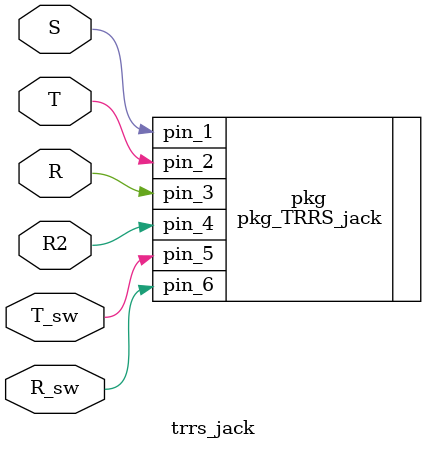
<source format=v>
/*
 * This Verilog module encapsulates the physical PCB footprint pinout
 * of the TRRS jack part we are using.
 */

module trrs_jack (T, R, R2, S, T_sw, R_sw);

inout T, R, R2, S;
inout T_sw, R_sw;

pkg_TRRS_jack pkg (.pin_1(S),
		   .pin_2(T),
		   .pin_3(R),
		   .pin_4(R2),
		   .pin_5(T_sw),
		   .pin_6(R_sw)
	);

endmodule

</source>
